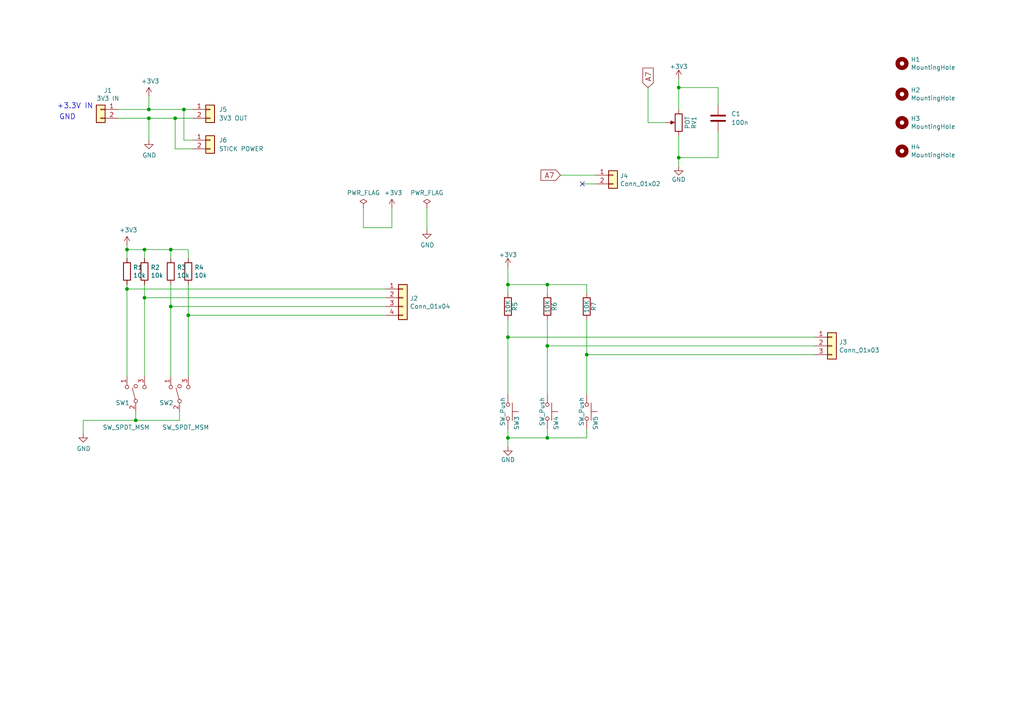
<source format=kicad_sch>
(kicad_sch (version 20240417) (generator "eeschema") (generator_version "8.99")
  (paper "A4")
  (lib_symbols
    (symbol "COM-09032:COM-09032" (pin_names (offset 1.016))
      (property "Reference" "U" (at -7.62 16.002 0))
      (property "Value" "COM-09032" (at -7.62 -20.32 0))
      (symbol "COM-09032_0_0"
        (polyline (pts (xy -7.62 15.24) (xy 7.62 15.24)) (stroke (width 0.254)))
        (polyline (pts (xy -7.62 -17.78) (xy -7.62 15.24)) (stroke (width 0.254)))
        (polyline (pts (xy 7.62 15.24) (xy 7.62 -17.78)) (stroke (width 0.254)))
        (polyline (pts (xy 7.62 -17.78) (xy -7.62 -17.78)) (stroke (width 0.254)))
        (pin passive line (at -12.7 -7.62 0) (length 5.08) (name "SEL+") (number "B1A"))
        (pin passive line (at -12.7 -10.16 0) (length 5.08) (name "SEL-") (number "B2A"))
        (pin passive line (at -12.7 0 0) (length 5.08) (name "H+") (number "H1"))
        (pin passive line (at -12.7 2.54 0) (length 5.08) (name "H") (number "H2"))
        (pin passive line (at -12.7 -2.54 0) (length 5.08) (name "H-") (number "H3"))
        (pin passive line (at -12.7 -15.24 0) (length 5.08) (name "SHIELD") (number "S1"))
        (pin passive line (at -12.7 -15.24 0) (length 5.08) (name "SHIELD") (number "S2"))
        (pin passive line (at -12.7 -15.24 0) (length 5.08) (name "SHIELD") (number "S3"))
        (pin passive line (at -12.7 -15.24 0) (length 5.08) (name "SHIELD") (number "S4"))
        (pin passive line (at -12.7 10.16 0) (length 5.08) (name "V+") (number "V1"))
        (pin passive line (at -12.7 12.7 0) (length 5.08) (name "V") (number "V2"))
        (pin passive line (at -12.7 7.62 0) (length 5.08) (name "V-") (number "V3"))
      )
    )
    (symbol "Connector_Generic:Conn_01x02" (pin_names (offset 1.016) hide)
      (property "Reference" "J" (at 0 2.54 0))
      (property "Value" "Conn_01x02" (at 0 -5.08 0))
      (symbol "Conn_01x02_1_1"
        (rectangle (start -1.27 1.27) (end 1.27 -3.81) (stroke (width 0.254)) (fill (type background)))
        (rectangle (start -1.27 0.127) (end 0 -0.127) (stroke (width 0.1524)))
        (rectangle (start -1.27 -2.413) (end 0 -2.667) (stroke (width 0.1524)))
        (pin passive line (at -5.08 0 0) (length 3.81) (name "Pin_1") (number "1"))
        (pin passive line (at -5.08 -2.54 0) (length 3.81) (name "Pin_2") (number "2"))
      )
    )
    (symbol "Connector_Generic:Conn_01x03" (pin_names (offset 1.016) hide)
      (property "Reference" "J" (at 0 5.08 0))
      (property "Value" "Conn_01x03" (at 0 -5.08 0))
      (symbol "Conn_01x03_1_1"
        (rectangle (start -1.27 3.81) (end 1.27 -3.81) (stroke (width 0.254)) (fill (type background)))
        (rectangle (start -1.27 2.667) (end 0 2.413) (stroke (width 0.1524)))
        (rectangle (start -1.27 0.127) (end 0 -0.127) (stroke (width 0.1524)))
        (rectangle (start -1.27 -2.413) (end 0 -2.667) (stroke (width 0.1524)))
        (pin passive line (at -5.08 2.54 0) (length 3.81) (name "Pin_1") (number "1"))
        (pin passive line (at -5.08 0 0) (length 3.81) (name "Pin_2") (number "2"))
        (pin passive line (at -5.08 -2.54 0) (length 3.81) (name "Pin_3") (number "3"))
      )
    )
    (symbol "Connector_Generic:Conn_01x04" (pin_names (offset 1.016) hide)
      (property "Reference" "J" (at 0 5.08 0))
      (property "Value" "Conn_01x04" (at 0 -7.62 0))
      (symbol "Conn_01x04_1_1"
        (rectangle (start -1.27 3.81) (end 1.27 -6.35) (stroke (width 0.254)) (fill (type background)))
        (rectangle (start -1.27 2.667) (end 0 2.413) (stroke (width 0.1524)))
        (rectangle (start -1.27 0.127) (end 0 -0.127) (stroke (width 0.1524)))
        (rectangle (start -1.27 -2.413) (end 0 -2.667) (stroke (width 0.1524)))
        (rectangle (start -1.27 -4.953) (end 0 -5.207) (stroke (width 0.1524)))
        (pin passive line (at -5.08 2.54 0) (length 3.81) (name "Pin_1") (number "1"))
        (pin passive line (at -5.08 0 0) (length 3.81) (name "Pin_2") (number "2"))
        (pin passive line (at -5.08 -2.54 0) (length 3.81) (name "Pin_3") (number "3"))
        (pin passive line (at -5.08 -5.08 0) (length 3.81) (name "Pin_4") (number "4"))
      )
    )
    (symbol "Device:C" (pin_numbers hide) (pin_names (offset 0.254))
      (property "Reference" "C" (at 0.635 2.54 0))
      (property "Value" "C" (at 0.635 -2.54 0))
      (symbol "C_0_1"
        (polyline (pts (xy -2.032 0.762) (xy 2.032 0.762)) (stroke (width 0.508)))
        (polyline (pts (xy -2.032 -0.762) (xy 2.032 -0.762)) (stroke (width 0.508)))
      )
      (symbol "C_1_1"
        (pin passive line (at 0 3.81 270) (length 2.794) (name "~") (number "1"))
        (pin passive line (at 0 -3.81 90) (length 2.794) (name "~") (number "2"))
      )
    )
    (symbol "Device:R" (pin_numbers hide) (pin_names (offset 0))
      (property "Reference" "R" (at 2.032 0 90))
      (property "Value" "R" (at 0 0 90))
      (symbol "R_0_1"
        (rectangle (start -1.016 -2.54) (end 1.016 2.54) (stroke (width 0.254)))
      )
      (symbol "R_1_1"
        (pin passive line (at 0 3.81 270) (length 1.27) (name "~") (number "1"))
        (pin passive line (at 0 -3.81 90) (length 1.27) (name "~") (number "2"))
      )
    )
    (symbol "Mechanical:MountingHole" (pin_names (offset 1.016))
      (property "Reference" "H" (at 0 5.08 0))
      (property "Value" "MountingHole" (at 0 3.175 0))
      (symbol "MountingHole_0_1"
        (circle (center 0 0) (radius 1.27) (stroke (width 1.27)))
      )
    )
    (symbol "power:+5V" (power) (pin_names (offset 0))
      (property "Value" "+5V" (at 0 3.556 0))
      (symbol "+5V_0_1"
        (polyline (pts (xy -0.762 1.27) (xy 0 2.54)))
        (polyline (pts (xy 0 2.54) (xy 0.762 1.27)))
        (polyline (pts (xy 0 0) (xy 0 2.54)))
      )
      (symbol "+5V_1_1"
        (pin power_in line (at 0 0 90) (length 0) hide (name "+5V") (number "1"))
      )
    )
    (symbol "power:GND" (power) (pin_names (offset 0))
      (property "Value" "GND" (at 0 -3.81 0))
      (symbol "GND_0_1"
        (polyline (pts (xy 0 0) (xy 0 -1.27) (xy 1.27 -1.27) (xy 0 -2.54) (xy -1.27 -1.27) (xy 0 -1.27)))
      )
      (symbol "GND_1_1"
        (pin power_in line (at 0 0 270) (length 0) hide (name "GND") (number "1"))
      )
    )
    (symbol "power:PWR_FLAG" (power) (pin_numbers hide) (pin_names (offset 0) hide)
      (property "Value" "PWR_FLAG" (at 0 3.81 0))
      (symbol "PWR_FLAG_0_0"
        (pin power_out line (at 0 0 90) (length 0) (name "pwr") (number "1"))
      )
      (symbol "PWR_FLAG_0_1"
        (polyline (pts (xy 0 0) (xy 0 1.27) (xy -1.016 1.905) (xy 0 2.54) (xy 1.016 1.905) (xy 0 1.27)))
      )
    )
    (symbol "remote-rescue:+5V" (power) (pin_names (offset 0))
      (property "Value" "+5V" (at 0 3.556 0))
      (symbol "+5V_0_1"
        (polyline (pts (xy -0.762 1.27) (xy 0 2.54)))
        (polyline (pts (xy 0 2.54) (xy 0.762 1.27)))
        (polyline (pts (xy 0 0) (xy 0 2.54)))
      )
      (symbol "+5V_1_1"
        (pin power_in line (at 0 0 90) (length 0) hide (name "+5V") (number "1"))
      )
    )
    (symbol "remote-rescue:GND" (power) (pin_names (offset 0))
      (property "Value" "GND" (at 0 -3.81 0))
      (symbol "GND_0_1"
        (polyline (pts (xy 0 0) (xy 0 -1.27) (xy 1.27 -1.27) (xy 0 -2.54) (xy -1.27 -1.27) (xy 0 -1.27)))
      )
      (symbol "GND_1_1"
        (pin power_in line (at 0 0 270) (length 0) hide (name "GND") (number "1"))
      )
    )
    (symbol "remote-rescue:POT" (pin_numbers hide) (pin_names (offset 1.016) hide)
      (property "Reference" "RV" (at -4.445 0 90))
      (property "Value" "POT" (at -2.54 0 90))
      (symbol "POT_0_1"
        (rectangle (start 1.016 2.54) (end -1.016 -2.54) (stroke (width 0.254)))
        (polyline (pts (xy 1.143 0) (xy 2.286 0.508) (xy 2.286 -0.508)) (fill (type outline)))
        (polyline (pts (xy 2.54 0) (xy 1.524 0)))
      )
      (symbol "POT_1_1"
        (pin passive line (at 0 3.81 270) (length 1.27) (name "1") (number "1"))
        (pin passive line (at 3.81 0 180) (length 1.27) (name "2") (number "2"))
        (pin passive line (at 0 -3.81 90) (length 1.27) (name "3") (number "3"))
      )
    )
    (symbol "remote-rescue:R" (pin_numbers hide) (pin_names (offset 0))
      (property "Reference" "R" (at 2.032 0 90))
      (property "Value" "R" (at 0 0 90))
      (symbol "R_0_1"
        (rectangle (start -1.016 -2.54) (end 1.016 2.54) (stroke (width 0.254)))
      )
      (symbol "R_1_1"
        (pin passive line (at 0 3.81 270) (length 1.27) (name "~") (number "1"))
        (pin passive line (at 0 -3.81 90) (length 1.27) (name "~") (number "2"))
      )
    )
    (symbol "remote-rescue:SW_Push" (pin_numbers hide) (pin_names (offset 1.016) hide)
      (property "Reference" "SW" (at 1.27 2.54 0))
      (property "Value" "SW_Push" (at 0 -1.524 0))
      (symbol "SW_Push_0_1"
        (circle (center -2.032 0) (radius 0.508))
        (polyline (pts (xy 0 1.27) (xy 0 3.048)))
        (circle (center 2.032 0) (radius 0.508))
        (polyline (pts (xy 2.54 1.27) (xy -2.54 1.27)))
        (pin passive line (at -5.08 0 0) (length 2.54) (name "1") (number "1"))
        (pin passive line (at 5.08 0 180) (length 2.54) (name "2") (number "2"))
      )
    )
    (symbol "remote-rescue:SW_SPDT_MSM" (pin_names (offset 0) hide)
      (property "Reference" "SW" (at 0 5.08 0))
      (property "Value" "SW_SPDT_MSM" (at 0 -5.08 0))
      (symbol "SW_SPDT_MSM_0_0"
        (circle (center -2.032 0) (radius 0.508))
        (polyline (pts (xy -1.524 0.127) (xy 1.778 1.016)))
        (circle (center 2.032 -2.54) (radius 0.508))
      )
      (symbol "SW_SPDT_MSM_0_1"
        (circle (center 2.032 2.54) (radius 0.508))
        (circle (center 2.286 0) (radius 0.508))
      )
      (symbol "SW_SPDT_MSM_1_1"
        (pin passive line (at 5.08 2.54 180) (length 2.54) (name "1") (number "1"))
        (pin passive line (at -5.08 0 0) (length 2.54) (name "2") (number "2"))
        (pin passive line (at 5.08 -2.54 180) (length 2.54) (name "3") (number "3"))
      )
    )
  )
  (text "GND" (at 17.145 34.925 0) (effects (font (size 1.524 1.524)) (justify left bottom)))
  (text "+3.3V IN" (at 16.51 31.75 0) (effects (font (size 1.524 1.524)) (justify left bottom)))
  (junction (at 147.32 82.55))
  (junction (at 54.61 91.44))
  (junction (at 196.85 45.72))
  (junction (at 196.85 25.4))
  (junction (at 41.91 86.36))
  (junction (at 53.34 31.75))
  (junction (at 36.83 72.39))
  (junction (at 170.18 102.87))
  (junction (at 36.83 83.82))
  (junction (at 49.53 88.9))
  (junction (at 147.32 97.79))
  (junction (at 158.75 100.33))
  (junction (at 158.75 82.55))
  (junction (at 39.37 121.92))
  (junction (at 50.8 34.29))
  (junction (at 49.53 72.39))
  (junction (at 147.32 127))
  (junction (at 43.18 34.29))
  (junction (at 43.18 31.75))
  (junction (at 158.75 127))
  (junction (at 41.91 72.39))
  (no_connect (at 168.91 53.34))
  (wire (pts (xy 49.53 88.9) (xy 49.53 109.22)))
  (wire (pts (xy 158.75 127) (xy 170.18 127)))
  (wire (pts (xy 39.37 119.38) (xy 39.37 121.92)))
  (wire (pts (xy 158.75 124.46) (xy 158.75 127)))
  (wire (pts (xy 196.85 25.4) (xy 196.85 31.75)))
  (wire (pts (xy 111.76 83.82) (xy 36.83 83.82)))
  (wire (pts (xy 158.75 82.55) (xy 158.75 85.09)))
  (wire (pts (xy 236.22 102.87) (xy 170.18 102.87)))
  (wire (pts (xy 111.76 86.36) (xy 41.91 86.36)))
  (wire (pts (xy 49.53 74.93) (xy 49.53 72.39)))
  (wire (pts (xy 147.32 82.55) (xy 147.32 85.09)))
  (wire (pts (xy 43.18 31.75) (xy 34.29 31.75)))
  (wire (pts (xy 41.91 72.39) (xy 49.53 72.39)))
  (wire (pts (xy 147.32 82.55) (xy 158.75 82.55)))
  (wire (pts (xy 168.91 53.34) (xy 172.72 53.34)))
  (wire (pts (xy 41.91 82.55) (xy 41.91 86.36)))
  (wire (pts (xy 41.91 86.36) (xy 41.91 109.22)))
  (wire (pts (xy 196.85 22.86) (xy 196.85 25.4)))
  (wire (pts (xy 39.37 121.92) (xy 52.07 121.92)))
  (wire (pts (xy 52.07 119.38) (xy 52.07 121.92)))
  (wire (pts (xy 196.85 45.72) (xy 196.85 48.26)))
  (wire (pts (xy 54.61 82.55) (xy 54.61 91.44)))
  (wire (pts (xy 34.29 34.29) (xy 43.18 34.29)))
  (wire (pts (xy 111.76 91.44) (xy 54.61 91.44)))
  (wire (pts (xy 170.18 102.87) (xy 170.18 114.3)))
  (wire (pts (xy 50.8 43.18) (xy 50.8 34.29)))
  (wire (pts (xy 24.13 125.73) (xy 24.13 121.92)))
  (wire (pts (xy 147.32 97.79) (xy 147.32 114.3)))
  (wire (pts (xy 43.18 27.94) (xy 43.18 31.75)))
  (wire (pts (xy 54.61 91.44) (xy 54.61 109.22)))
  (wire (pts (xy 55.88 40.64) (xy 53.34 40.64)))
  (wire (pts (xy 208.28 38.1) (xy 208.28 45.72)))
  (wire (pts (xy 49.53 72.39) (xy 54.61 72.39)))
  (wire (pts (xy 43.18 34.29) (xy 43.18 40.64)))
  (wire (pts (xy 105.41 66.04) (xy 105.41 60.325)))
  (wire (pts (xy 170.18 82.55) (xy 170.18 85.09)))
  (wire (pts (xy 113.665 66.04) (xy 105.41 66.04)))
  (wire (pts (xy 236.22 100.33) (xy 158.75 100.33)))
  (wire (pts (xy 187.96 25.4) (xy 187.96 35.56)))
  (wire (pts (xy 36.83 83.82) (xy 36.83 109.22)))
  (wire (pts (xy 208.28 30.48) (xy 208.28 25.4)))
  (wire (pts (xy 113.665 60.325) (xy 113.665 66.04)))
  (wire (pts (xy 208.28 25.4) (xy 196.85 25.4)))
  (wire (pts (xy 170.18 92.71) (xy 170.18 102.87)))
  (wire (pts (xy 158.75 82.55) (xy 170.18 82.55)))
  (wire (pts (xy 53.34 31.75) (xy 55.88 31.75)))
  (wire (pts (xy 36.83 82.55) (xy 36.83 83.82)))
  (wire (pts (xy 50.8 34.29) (xy 55.88 34.29)))
  (wire (pts (xy 24.13 121.92) (xy 39.37 121.92)))
  (wire (pts (xy 236.22 97.79) (xy 147.32 97.79)))
  (wire (pts (xy 43.18 34.29) (xy 50.8 34.29)))
  (wire (pts (xy 208.28 45.72) (xy 196.85 45.72)))
  (wire (pts (xy 172.72 50.8) (xy 162.56 50.8)))
  (wire (pts (xy 158.75 100.33) (xy 158.75 114.3)))
  (wire (pts (xy 196.85 39.37) (xy 196.85 45.72)))
  (wire (pts (xy 147.32 92.71) (xy 147.32 97.79)))
  (wire (pts (xy 111.76 88.9) (xy 49.53 88.9)))
  (wire (pts (xy 36.83 71.12) (xy 36.83 72.39)))
  (wire (pts (xy 36.83 72.39) (xy 41.91 72.39)))
  (wire (pts (xy 36.83 72.39) (xy 36.83 74.93)))
  (wire (pts (xy 43.18 31.75) (xy 53.34 31.75)))
  (wire (pts (xy 123.825 66.675) (xy 123.825 60.325)))
  (wire (pts (xy 147.32 124.46) (xy 147.32 127)))
  (wire (pts (xy 55.88 43.18) (xy 50.8 43.18)))
  (wire (pts (xy 158.75 92.71) (xy 158.75 100.33)))
  (wire (pts (xy 54.61 72.39) (xy 54.61 74.93)))
  (wire (pts (xy 187.96 35.56) (xy 193.04 35.56)))
  (wire (pts (xy 147.32 127) (xy 147.32 129.54)))
  (wire (pts (xy 170.18 124.46) (xy 170.18 127)))
  (wire (pts (xy 49.53 82.55) (xy 49.53 88.9)))
  (wire (pts (xy 53.34 40.64) (xy 53.34 31.75)))
  (wire (pts (xy 147.32 77.47) (xy 147.32 82.55)))
  (wire (pts (xy 147.32 127) (xy 158.75 127)))
  (wire (pts (xy 41.91 72.39) (xy 41.91 74.93)))
  (global_label "A7" (shape input) (at 187.96 25.4 90) (effects (font (size 1.524 1.524))) (property "Intersheetrefs" "${INTERSHEET_REFS}" (effects (hide yes))))
  (global_label "A7" (shape input) (at 162.56 50.8 180) (effects (font (size 1.524 1.524))) (property "Intersheetrefs" "${INTERSHEET_REFS}" (effects (hide yes))))
  (symbol (lib_id "remote-rescue:POT") (at 196.85 35.56 0) (mirror y) (unit 1)
    (property "Reference" "RV1" (at 201.295 35.56 90))
    (property "Value" "POT" (at 199.39 35.56 90))
    (property "Footprint" "Remote:Potentiometer_6mm_axis_square" (effects (hide yes)))
  )
  (symbol (lib_id "remote-rescue:GND") (at 196.85 48.26 0) (unit 1)
    (property "Reference" "#PWR0104" (effects (hide yes)))
    (property "Value" "GND" (at 196.85 52.07 0))
  )
  (symbol (lib_id "remote-rescue:+5V") (at 196.85 22.86 0) (unit 1)
    (property "Reference" "#PWR0105" (effects (hide yes)))
    (property "Value" "+3V3" (at 196.85 19.304 0))
  )
  (symbol (lib_id "power:+5V") (at 43.18 27.94 0) (unit 1)
    (property "Reference" "#PWR0109" (effects (hide yes)))
    (property "Value" "+3V3" (at 43.561 23.5458 0))
  )
  (symbol (lib_id "power:GND") (at 43.18 40.64 0) (unit 1)
    (property "Reference" "#PWR0111" (effects (hide yes)))
    (property "Value" "GND" (at 43.307 45.0342 0))
  )
  (symbol (lib_id "power:PWR_FLAG") (at 105.41 60.325 0) (unit 1)
    (property "Reference" "#FLG0101" (effects (hide yes)))
    (property "Value" "PWR_FLAG" (at 105.41 55.9308 0))
  )
  (symbol (lib_id "power:+5V") (at 113.665 60.325 0) (unit 1)
    (property "Reference" "#PWR0127" (effects (hide yes)))
    (property "Value" "+3V3" (at 114.046 55.9308 0))
  )
  (symbol (lib_id "power:PWR_FLAG") (at 123.825 60.325 0) (unit 1)
    (property "Reference" "#FLG0102" (effects (hide yes)))
    (property "Value" "PWR_FLAG" (at 123.825 55.9308 0))
  )
  (symbol (lib_id "power:GND") (at 123.825 66.675 0) (unit 1)
    (property "Reference" "#PWR0128" (effects (hide yes)))
    (property "Value" "GND" (at 123.952 71.0692 0))
  )
  (symbol (lib_id "Connector_Generic:Conn_01x02") (at 29.21 31.75 0) (mirror y) (unit 1)
    (property "Reference" "J1" (at 31.2928 26.2382 0))
    (property "Value" "3V3 IN" (at 31.2928 28.5496 0))
    (property "Footprint" "Connector_JST:JST_XH_B02B-XH-A_1x02_P2.50mm_Vertical" (effects (hide yes)))
  )
  (symbol (lib_id "Connector_Generic:Conn_01x02") (at 177.8 50.8 0) (unit 1)
    (property "Reference" "J4" (at 179.832 51.0032 0) (effects (justify left)))
    (property "Value" "Conn_01x02" (at 179.832 53.3146 0) (effects (justify left)))
    (property "Footprint" "Connector_JST:JST_XH_B02B-XH-A_1x02_P2.50mm_Vertical" (effects (hide yes)))
  )
  (symbol (lib_id "Mechanical:MountingHole") (at 261.62 18.415 0) (unit 1)
    (property "Reference" "H1" (at 264.16 17.2466 0) (effects (justify left)))
    (property "Value" "MountingHole" (at 264.16 19.558 0) (effects (justify left)))
    (property "Footprint" "MountingHole:MountingHole_3.2mm_M3" (effects (hide yes)))
  )
  (symbol (lib_id "Mechanical:MountingHole") (at 261.62 27.305 0) (unit 1)
    (property "Reference" "H2" (at 264.16 26.1366 0) (effects (justify left)))
    (property "Value" "MountingHole" (at 264.16 28.448 0) (effects (justify left)))
    (property "Footprint" "MountingHole:MountingHole_3.2mm_M3" (effects (hide yes)))
  )
  (symbol (lib_id "Mechanical:MountingHole") (at 261.62 35.56 0) (unit 1)
    (property "Reference" "H3" (at 264.16 34.3916 0) (effects (justify left)))
    (property "Value" "MountingHole" (at 264.16 36.703 0) (effects (justify left)))
    (property "Footprint" "MountingHole:MountingHole_3.2mm_M3" (effects (hide yes)))
  )
  (symbol (lib_id "Mechanical:MountingHole") (at 261.62 43.815 0) (unit 1)
    (property "Reference" "H4" (at 264.16 42.6466 0) (effects (justify left)))
    (property "Value" "MountingHole" (at 264.16 44.958 0) (effects (justify left)))
    (property "Footprint" "MountingHole:MountingHole_3.2mm_M3" (effects (hide yes)))
  )
  (symbol (lib_id "Connector_Generic:Conn_01x02") (at 60.96 31.75 0) (unit 1)
    (property "Reference" "J5" (at 63.5 31.7499 0) (effects (justify left)))
    (property "Value" "3V3 OUT" (at 63.5 34.2899 0) (effects (justify left)))
    (property "Footprint" "Connector_JST:JST_XH_B02B-XH-A_1x02_P2.50mm_Vertical" (effects (hide yes)))
    (property "Description" "Generic connector, single row, 01x02, script generated (kicad-library-utils/schlib/autogen/connector/)" (effects (hide yes)))
  )
  (symbol (lib_id "remote-rescue:+5V") (at 147.32 77.47 0) (unit 1)
    (property "Reference" "#PWR05" (effects (hide yes)))
    (property "Value" "+3V3" (at 147.32 73.914 0))
  )
  (symbol (lib_id "remote-rescue:SW_Push") (at 147.32 119.38 270) (unit 1)
    (property "Reference" "SW3" (at 149.86 120.65 0) (effects (justify left)))
    (property "Value" "SW_Push" (at 145.796 119.38 0))
    (property "Footprint" "Remote:Switch_1x02_P6mm" (effects (hide yes)))
  )
  (symbol (lib_id "remote-rescue:SW_SPDT_MSM") (at 52.07 114.3 90) (unit 1)
    (property "Reference" "SW2" (at 48.26 116.84 90))
    (property "Value" "SW_SPDT_MSM" (at 53.848 123.952 90))
    (property "Footprint" "Remote:Switch_1x03_P5.08mm" (effects (hide yes)))
  )
  (symbol (lib_id "remote-rescue:SW_SPDT_MSM") (at 39.37 114.3 90) (unit 1)
    (property "Reference" "SW1" (at 35.56 116.84 90))
    (property "Value" "SW_SPDT_MSM" (at 36.576 123.952 90))
    (property "Footprint" "Remote:Switch_1x03_P5.08mm" (effects (hide yes)))
  )
  (symbol (lib_id "Device:R") (at 36.83 78.74 0) (unit 1)
    (property "Reference" "R1" (at 38.608 77.5716 0) (effects (justify left)))
    (property "Value" "10k" (at 38.608 79.883 0) (effects (justify left)))
    (property "Footprint" "Resistor_SMD:R_0603_1608Metric" (effects (hide yes)))
  )
  (symbol (lib_id "Connector_Generic:Conn_01x04") (at 116.84 86.36 0) (unit 1)
    (property "Reference" "J2" (at 118.872 86.5632 0) (effects (justify left)))
    (property "Value" "Conn_01x04" (at 118.872 88.8746 0) (effects (justify left)))
    (property "Footprint" "Connector_JST:JST_XH_B04B-XH-A_1x04_P2.50mm_Vertical" (effects (hide yes)))
  )
  (symbol (lib_id "Device:R") (at 41.91 78.74 0) (unit 1)
    (property "Reference" "R2" (at 43.688 77.5716 0) (effects (justify left)))
    (property "Value" "10k" (at 43.688 79.883 0) (effects (justify left)))
    (property "Footprint" "Resistor_SMD:R_0603_1608Metric" (effects (hide yes)))
  )
  (symbol (lib_id "Connector_Generic:Conn_01x03") (at 241.3 100.33 0) (unit 1)
    (property "Reference" "J3" (at 243.332 99.2632 0) (effects (justify left)))
    (property "Value" "Conn_01x03" (at 243.332 101.5746 0) (effects (justify left)))
    (property "Footprint" "Connector_JST:JST_XH_B03B-XH-A_1x03_P2.50mm_Vertical" (effects (hide yes)))
  )
  (symbol (lib_id "Device:C") (at 208.28 34.29 0) (unit 1)
    (property "Reference" "C1" (at 212.09 33.0199 0) (effects (justify left)))
    (property "Value" "100n" (at 212.09 35.5599 0) (effects (justify left)))
    (property "Footprint" "Capacitor_SMD:C_0603_1608Metric" (effects (hide yes)))
    (property "Description" "Unpolarized capacitor" (effects (hide yes)))
  )
  (symbol (lib_id "remote-rescue:GND") (at 147.32 129.54 0) (unit 1)
    (property "Reference" "#PWR06" (effects (hide yes)))
    (property "Value" "GND" (at 147.32 133.35 0))
  )
  (symbol (lib_id "Device:R") (at 49.53 78.74 0) (unit 1)
    (property "Reference" "R3" (at 51.308 77.5716 0) (effects (justify left)))
    (property "Value" "10k" (at 51.308 79.883 0) (effects (justify left)))
    (property "Footprint" "Resistor_SMD:R_0603_1608Metric" (effects (hide yes)))
  )
  (symbol (lib_id "power:+5V") (at 36.83 71.12 0) (unit 1)
    (property "Reference" "#PWR04" (effects (hide yes)))
    (property "Value" "+3V3" (at 37.211 66.7258 0))
  )
  (symbol (lib_id "remote-rescue:R") (at 147.32 88.9 0) (unit 1)
    (property "Reference" "R5" (at 149.352 88.9 90))
    (property "Value" "10K" (at 147.32 88.9 90))
    (property "Footprint" "Resistor_SMD:R_0603_1608Metric" (effects (hide yes)))
  )
  (symbol (lib_id "power:GND") (at 24.13 125.73 0) (unit 1)
    (property "Reference" "#PWR03" (effects (hide yes)))
    (property "Value" "GND" (at 24.257 130.1242 0))
  )
  (symbol (lib_id "remote-rescue:SW_Push") (at 170.18 119.38 270) (unit 1)
    (property "Reference" "SW5" (at 172.72 120.65 0) (effects (justify left)))
    (property "Value" "SW_Push" (at 168.656 119.38 0))
    (property "Footprint" "Remote:Switch_1x02_P6mm" (effects (hide yes)))
  )
  (symbol (lib_id "remote-rescue:R") (at 170.18 88.9 0) (unit 1)
    (property "Reference" "R7" (at 172.212 88.9 90))
    (property "Value" "10K" (at 170.18 88.9 90))
    (property "Footprint" "Resistor_SMD:R_0603_1608Metric" (effects (hide yes)))
  )
  (symbol (lib_id "Connector_Generic:Conn_01x02") (at 60.96 40.64 0) (unit 1)
    (property "Reference" "J6" (at 63.5 40.6399 0) (effects (justify left)))
    (property "Value" "STICK POWER" (at 63.5 43.1799 0) (effects (justify left)))
    (property "Footprint" "Connector_JST:JST_XH_B02B-XH-A_1x02_P2.50mm_Vertical" (effects (hide yes)))
    (property "Description" "Generic connector, single row, 01x02, script generated (kicad-library-utils/schlib/autogen/connector/)" (effects (hide yes)))
  )
  (symbol (lib_id "remote-rescue:SW_Push") (at 158.75 119.38 270) (unit 1)
    (property "Reference" "SW4" (at 161.29 120.65 0) (effects (justify left)))
    (property "Value" "SW_Push" (at 157.226 119.38 0))
    (property "Footprint" "Remote:Switch_1x02_P6mm" (effects (hide yes)))
  )
  (symbol (lib_id "Device:R") (at 54.61 78.74 0) (unit 1)
    (property "Reference" "R4" (at 56.388 77.5716 0) (effects (justify left)))
    (property "Value" "10k" (at 56.388 79.883 0) (effects (justify left)))
    (property "Footprint" "Resistor_SMD:R_0603_1608Metric" (effects (hide yes)))
  )
  (symbol (lib_id "remote-rescue:R") (at 158.75 88.9 0) (unit 1)
    (property "Reference" "R6" (at 160.782 88.9 90))
    (property "Value" "10K" (at 158.75 88.9 90))
    (property "Footprint" "Resistor_SMD:R_0603_1608Metric" (effects (hide yes)))
  )
)
</source>
